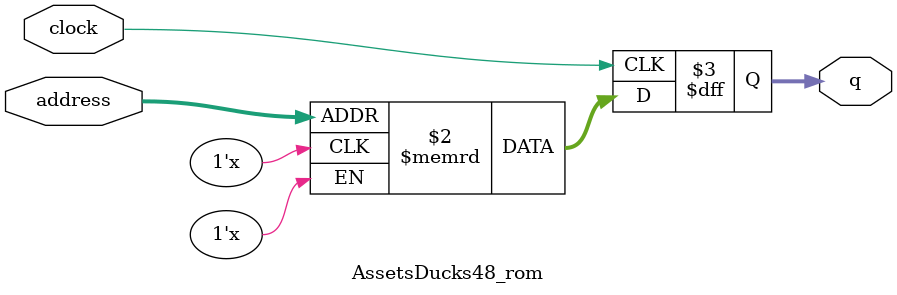
<source format=sv>
module AssetsDucks48_rom (
	input logic clock,
	input logic [11:0] address,
	output logic [3:0] q
);

logic [3:0] memory [0:4095] /* synthesis ram_init_file = "./AssetsDucks48/AssetsDucks48.mif" */;

always_ff @ (posedge clock) begin
	q <= memory[address];
end

endmodule

</source>
